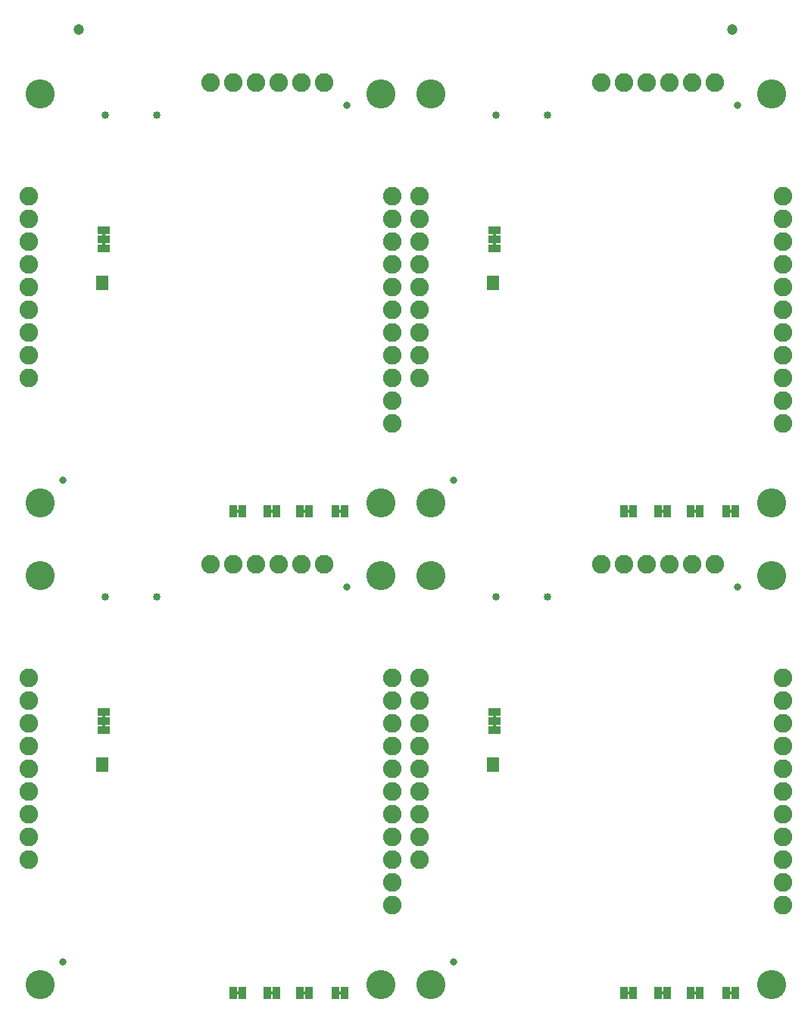
<source format=gbs>
G04 EAGLE Gerber RS-274X export*
G75*
%MOMM*%
%FSLAX34Y34*%
%LPD*%
%INSoldermask Bottom*%
%IPPOS*%
%AMOC8*
5,1,8,0,0,1.08239X$1,22.5*%
G01*
%ADD10R,1.473200X0.863600*%
%ADD11C,2.082800*%
%ADD12C,0.838200*%
%ADD13C,3.251200*%
%ADD14R,1.473200X0.838200*%
%ADD15R,0.863600X1.473200*%
%ADD16C,0.853200*%
%ADD17C,1.203200*%

G36*
X534735Y861072D02*
X534735Y861072D01*
X534801Y861074D01*
X534844Y861092D01*
X534891Y861100D01*
X534948Y861134D01*
X535008Y861159D01*
X535043Y861190D01*
X535084Y861215D01*
X535126Y861266D01*
X535174Y861310D01*
X535196Y861352D01*
X535225Y861389D01*
X535246Y861451D01*
X535277Y861510D01*
X535285Y861564D01*
X535297Y861601D01*
X535296Y861641D01*
X535304Y861695D01*
X535304Y865505D01*
X535293Y865570D01*
X535291Y865636D01*
X535273Y865679D01*
X535265Y865726D01*
X535231Y865783D01*
X535206Y865843D01*
X535175Y865878D01*
X535150Y865919D01*
X535099Y865961D01*
X535055Y866009D01*
X535013Y866031D01*
X534976Y866060D01*
X534914Y866081D01*
X534855Y866112D01*
X534801Y866120D01*
X534764Y866132D01*
X534724Y866131D01*
X534670Y866139D01*
X532130Y866139D01*
X532065Y866128D01*
X531999Y866126D01*
X531956Y866108D01*
X531909Y866100D01*
X531852Y866066D01*
X531792Y866041D01*
X531757Y866010D01*
X531716Y865985D01*
X531675Y865934D01*
X531626Y865890D01*
X531604Y865848D01*
X531575Y865811D01*
X531554Y865749D01*
X531523Y865690D01*
X531515Y865636D01*
X531503Y865599D01*
X531503Y865595D01*
X531503Y865594D01*
X531504Y865559D01*
X531496Y865505D01*
X531496Y861695D01*
X531507Y861630D01*
X531509Y861564D01*
X531527Y861521D01*
X531535Y861474D01*
X531569Y861417D01*
X531594Y861357D01*
X531625Y861322D01*
X531650Y861281D01*
X531701Y861240D01*
X531745Y861191D01*
X531787Y861169D01*
X531824Y861140D01*
X531886Y861119D01*
X531945Y861088D01*
X531999Y861080D01*
X532036Y861068D01*
X532076Y861069D01*
X532130Y861061D01*
X534670Y861061D01*
X534735Y861072D01*
G37*
G36*
X97855Y861072D02*
X97855Y861072D01*
X97921Y861074D01*
X97964Y861092D01*
X98011Y861100D01*
X98068Y861134D01*
X98128Y861159D01*
X98163Y861190D01*
X98204Y861215D01*
X98246Y861266D01*
X98294Y861310D01*
X98316Y861352D01*
X98345Y861389D01*
X98366Y861451D01*
X98397Y861510D01*
X98405Y861564D01*
X98417Y861601D01*
X98416Y861641D01*
X98424Y861695D01*
X98424Y865505D01*
X98413Y865570D01*
X98411Y865636D01*
X98393Y865679D01*
X98385Y865726D01*
X98351Y865783D01*
X98326Y865843D01*
X98295Y865878D01*
X98270Y865919D01*
X98219Y865961D01*
X98175Y866009D01*
X98133Y866031D01*
X98096Y866060D01*
X98034Y866081D01*
X97975Y866112D01*
X97921Y866120D01*
X97884Y866132D01*
X97844Y866131D01*
X97790Y866139D01*
X95250Y866139D01*
X95185Y866128D01*
X95119Y866126D01*
X95076Y866108D01*
X95029Y866100D01*
X94972Y866066D01*
X94912Y866041D01*
X94877Y866010D01*
X94836Y865985D01*
X94795Y865934D01*
X94746Y865890D01*
X94724Y865848D01*
X94695Y865811D01*
X94674Y865749D01*
X94643Y865690D01*
X94635Y865636D01*
X94623Y865599D01*
X94623Y865595D01*
X94623Y865594D01*
X94624Y865559D01*
X94616Y865505D01*
X94616Y861695D01*
X94627Y861630D01*
X94629Y861564D01*
X94647Y861521D01*
X94655Y861474D01*
X94689Y861417D01*
X94714Y861357D01*
X94745Y861322D01*
X94770Y861281D01*
X94821Y861240D01*
X94865Y861191D01*
X94907Y861169D01*
X94944Y861140D01*
X95006Y861119D01*
X95065Y861088D01*
X95119Y861080D01*
X95156Y861068D01*
X95196Y861069D01*
X95250Y861061D01*
X97790Y861061D01*
X97855Y861072D01*
G37*
G36*
X534735Y850912D02*
X534735Y850912D01*
X534801Y850914D01*
X534844Y850932D01*
X534891Y850940D01*
X534948Y850974D01*
X535008Y850999D01*
X535043Y851030D01*
X535084Y851055D01*
X535126Y851106D01*
X535174Y851150D01*
X535196Y851192D01*
X535225Y851229D01*
X535246Y851291D01*
X535277Y851350D01*
X535285Y851404D01*
X535297Y851441D01*
X535296Y851481D01*
X535304Y851535D01*
X535304Y855345D01*
X535293Y855410D01*
X535291Y855476D01*
X535273Y855519D01*
X535265Y855566D01*
X535231Y855623D01*
X535206Y855683D01*
X535175Y855718D01*
X535150Y855759D01*
X535099Y855801D01*
X535055Y855849D01*
X535013Y855871D01*
X534976Y855900D01*
X534914Y855921D01*
X534855Y855952D01*
X534801Y855960D01*
X534764Y855972D01*
X534724Y855971D01*
X534670Y855979D01*
X532130Y855979D01*
X532065Y855968D01*
X531999Y855966D01*
X531956Y855948D01*
X531909Y855940D01*
X531852Y855906D01*
X531792Y855881D01*
X531757Y855850D01*
X531716Y855825D01*
X531675Y855774D01*
X531626Y855730D01*
X531604Y855688D01*
X531575Y855651D01*
X531554Y855589D01*
X531523Y855530D01*
X531515Y855476D01*
X531503Y855439D01*
X531503Y855435D01*
X531503Y855434D01*
X531504Y855399D01*
X531496Y855345D01*
X531496Y851535D01*
X531507Y851470D01*
X531509Y851404D01*
X531527Y851361D01*
X531535Y851314D01*
X531569Y851257D01*
X531594Y851197D01*
X531625Y851162D01*
X531650Y851121D01*
X531701Y851080D01*
X531745Y851031D01*
X531787Y851009D01*
X531824Y850980D01*
X531886Y850959D01*
X531945Y850928D01*
X531999Y850920D01*
X532036Y850908D01*
X532076Y850909D01*
X532130Y850901D01*
X534670Y850901D01*
X534735Y850912D01*
G37*
G36*
X97855Y850912D02*
X97855Y850912D01*
X97921Y850914D01*
X97964Y850932D01*
X98011Y850940D01*
X98068Y850974D01*
X98128Y850999D01*
X98163Y851030D01*
X98204Y851055D01*
X98246Y851106D01*
X98294Y851150D01*
X98316Y851192D01*
X98345Y851229D01*
X98366Y851291D01*
X98397Y851350D01*
X98405Y851404D01*
X98417Y851441D01*
X98416Y851481D01*
X98424Y851535D01*
X98424Y855345D01*
X98413Y855410D01*
X98411Y855476D01*
X98393Y855519D01*
X98385Y855566D01*
X98351Y855623D01*
X98326Y855683D01*
X98295Y855718D01*
X98270Y855759D01*
X98219Y855801D01*
X98175Y855849D01*
X98133Y855871D01*
X98096Y855900D01*
X98034Y855921D01*
X97975Y855952D01*
X97921Y855960D01*
X97884Y855972D01*
X97844Y855971D01*
X97790Y855979D01*
X95250Y855979D01*
X95185Y855968D01*
X95119Y855966D01*
X95076Y855948D01*
X95029Y855940D01*
X94972Y855906D01*
X94912Y855881D01*
X94877Y855850D01*
X94836Y855825D01*
X94795Y855774D01*
X94746Y855730D01*
X94724Y855688D01*
X94695Y855651D01*
X94674Y855589D01*
X94643Y855530D01*
X94635Y855476D01*
X94623Y855439D01*
X94623Y855435D01*
X94623Y855434D01*
X94624Y855399D01*
X94616Y855345D01*
X94616Y851535D01*
X94627Y851470D01*
X94629Y851404D01*
X94647Y851361D01*
X94655Y851314D01*
X94689Y851257D01*
X94714Y851197D01*
X94745Y851162D01*
X94770Y851121D01*
X94821Y851080D01*
X94865Y851031D01*
X94907Y851009D01*
X94944Y850980D01*
X95006Y850959D01*
X95065Y850928D01*
X95119Y850920D01*
X95156Y850908D01*
X95196Y850909D01*
X95250Y850901D01*
X97790Y850901D01*
X97855Y850912D01*
G37*
G36*
X534735Y322592D02*
X534735Y322592D01*
X534801Y322594D01*
X534844Y322612D01*
X534891Y322620D01*
X534948Y322654D01*
X535008Y322679D01*
X535043Y322710D01*
X535084Y322735D01*
X535126Y322786D01*
X535174Y322830D01*
X535196Y322872D01*
X535225Y322909D01*
X535246Y322971D01*
X535277Y323030D01*
X535285Y323084D01*
X535297Y323121D01*
X535296Y323161D01*
X535304Y323215D01*
X535304Y327025D01*
X535293Y327090D01*
X535291Y327156D01*
X535273Y327199D01*
X535265Y327246D01*
X535231Y327303D01*
X535206Y327363D01*
X535175Y327398D01*
X535150Y327439D01*
X535099Y327481D01*
X535055Y327529D01*
X535013Y327551D01*
X534976Y327580D01*
X534914Y327601D01*
X534855Y327632D01*
X534801Y327640D01*
X534764Y327652D01*
X534724Y327651D01*
X534670Y327659D01*
X532130Y327659D01*
X532065Y327648D01*
X531999Y327646D01*
X531956Y327628D01*
X531909Y327620D01*
X531852Y327586D01*
X531792Y327561D01*
X531757Y327530D01*
X531716Y327505D01*
X531675Y327454D01*
X531626Y327410D01*
X531604Y327368D01*
X531575Y327331D01*
X531554Y327269D01*
X531523Y327210D01*
X531515Y327156D01*
X531503Y327119D01*
X531503Y327115D01*
X531503Y327114D01*
X531504Y327079D01*
X531496Y327025D01*
X531496Y323215D01*
X531507Y323150D01*
X531509Y323084D01*
X531527Y323041D01*
X531535Y322994D01*
X531569Y322937D01*
X531594Y322877D01*
X531625Y322842D01*
X531650Y322801D01*
X531701Y322760D01*
X531745Y322711D01*
X531787Y322689D01*
X531824Y322660D01*
X531886Y322639D01*
X531945Y322608D01*
X531999Y322600D01*
X532036Y322588D01*
X532076Y322589D01*
X532130Y322581D01*
X534670Y322581D01*
X534735Y322592D01*
G37*
G36*
X97855Y322592D02*
X97855Y322592D01*
X97921Y322594D01*
X97964Y322612D01*
X98011Y322620D01*
X98068Y322654D01*
X98128Y322679D01*
X98163Y322710D01*
X98204Y322735D01*
X98246Y322786D01*
X98294Y322830D01*
X98316Y322872D01*
X98345Y322909D01*
X98366Y322971D01*
X98397Y323030D01*
X98405Y323084D01*
X98417Y323121D01*
X98416Y323161D01*
X98424Y323215D01*
X98424Y327025D01*
X98413Y327090D01*
X98411Y327156D01*
X98393Y327199D01*
X98385Y327246D01*
X98351Y327303D01*
X98326Y327363D01*
X98295Y327398D01*
X98270Y327439D01*
X98219Y327481D01*
X98175Y327529D01*
X98133Y327551D01*
X98096Y327580D01*
X98034Y327601D01*
X97975Y327632D01*
X97921Y327640D01*
X97884Y327652D01*
X97844Y327651D01*
X97790Y327659D01*
X95250Y327659D01*
X95185Y327648D01*
X95119Y327646D01*
X95076Y327628D01*
X95029Y327620D01*
X94972Y327586D01*
X94912Y327561D01*
X94877Y327530D01*
X94836Y327505D01*
X94795Y327454D01*
X94746Y327410D01*
X94724Y327368D01*
X94695Y327331D01*
X94674Y327269D01*
X94643Y327210D01*
X94635Y327156D01*
X94623Y327119D01*
X94623Y327115D01*
X94623Y327114D01*
X94624Y327079D01*
X94616Y327025D01*
X94616Y323215D01*
X94627Y323150D01*
X94629Y323084D01*
X94647Y323041D01*
X94655Y322994D01*
X94689Y322937D01*
X94714Y322877D01*
X94745Y322842D01*
X94770Y322801D01*
X94821Y322760D01*
X94865Y322711D01*
X94907Y322689D01*
X94944Y322660D01*
X95006Y322639D01*
X95065Y322608D01*
X95119Y322600D01*
X95156Y322588D01*
X95196Y322589D01*
X95250Y322581D01*
X97790Y322581D01*
X97855Y322592D01*
G37*
G36*
X534735Y312432D02*
X534735Y312432D01*
X534801Y312434D01*
X534844Y312452D01*
X534891Y312460D01*
X534948Y312494D01*
X535008Y312519D01*
X535043Y312550D01*
X535084Y312575D01*
X535126Y312626D01*
X535174Y312670D01*
X535196Y312712D01*
X535225Y312749D01*
X535246Y312811D01*
X535277Y312870D01*
X535285Y312924D01*
X535297Y312961D01*
X535296Y313001D01*
X535304Y313055D01*
X535304Y316865D01*
X535293Y316930D01*
X535291Y316996D01*
X535273Y317039D01*
X535265Y317086D01*
X535231Y317143D01*
X535206Y317203D01*
X535175Y317238D01*
X535150Y317279D01*
X535099Y317321D01*
X535055Y317369D01*
X535013Y317391D01*
X534976Y317420D01*
X534914Y317441D01*
X534855Y317472D01*
X534801Y317480D01*
X534764Y317492D01*
X534724Y317491D01*
X534670Y317499D01*
X532130Y317499D01*
X532065Y317488D01*
X531999Y317486D01*
X531956Y317468D01*
X531909Y317460D01*
X531852Y317426D01*
X531792Y317401D01*
X531757Y317370D01*
X531716Y317345D01*
X531675Y317294D01*
X531626Y317250D01*
X531604Y317208D01*
X531575Y317171D01*
X531554Y317109D01*
X531523Y317050D01*
X531515Y316996D01*
X531503Y316959D01*
X531503Y316955D01*
X531503Y316954D01*
X531504Y316919D01*
X531496Y316865D01*
X531496Y313055D01*
X531507Y312990D01*
X531509Y312924D01*
X531527Y312881D01*
X531535Y312834D01*
X531569Y312777D01*
X531594Y312717D01*
X531625Y312682D01*
X531650Y312641D01*
X531701Y312600D01*
X531745Y312551D01*
X531787Y312529D01*
X531824Y312500D01*
X531886Y312479D01*
X531945Y312448D01*
X531999Y312440D01*
X532036Y312428D01*
X532076Y312429D01*
X532130Y312421D01*
X534670Y312421D01*
X534735Y312432D01*
G37*
G36*
X97855Y312432D02*
X97855Y312432D01*
X97921Y312434D01*
X97964Y312452D01*
X98011Y312460D01*
X98068Y312494D01*
X98128Y312519D01*
X98163Y312550D01*
X98204Y312575D01*
X98246Y312626D01*
X98294Y312670D01*
X98316Y312712D01*
X98345Y312749D01*
X98366Y312811D01*
X98397Y312870D01*
X98405Y312924D01*
X98417Y312961D01*
X98416Y313001D01*
X98424Y313055D01*
X98424Y316865D01*
X98413Y316930D01*
X98411Y316996D01*
X98393Y317039D01*
X98385Y317086D01*
X98351Y317143D01*
X98326Y317203D01*
X98295Y317238D01*
X98270Y317279D01*
X98219Y317321D01*
X98175Y317369D01*
X98133Y317391D01*
X98096Y317420D01*
X98034Y317441D01*
X97975Y317472D01*
X97921Y317480D01*
X97884Y317492D01*
X97844Y317491D01*
X97790Y317499D01*
X95250Y317499D01*
X95185Y317488D01*
X95119Y317486D01*
X95076Y317468D01*
X95029Y317460D01*
X94972Y317426D01*
X94912Y317401D01*
X94877Y317370D01*
X94836Y317345D01*
X94795Y317294D01*
X94746Y317250D01*
X94724Y317208D01*
X94695Y317171D01*
X94674Y317109D01*
X94643Y317050D01*
X94635Y316996D01*
X94623Y316959D01*
X94623Y316955D01*
X94623Y316954D01*
X94624Y316919D01*
X94616Y316865D01*
X94616Y313055D01*
X94627Y312990D01*
X94629Y312924D01*
X94647Y312881D01*
X94655Y312834D01*
X94689Y312777D01*
X94714Y312717D01*
X94745Y312682D01*
X94770Y312641D01*
X94821Y312600D01*
X94865Y312551D01*
X94907Y312529D01*
X94944Y312500D01*
X95006Y312479D01*
X95065Y312448D01*
X95119Y312440D01*
X95156Y312428D01*
X95196Y312429D01*
X95250Y312421D01*
X97790Y312421D01*
X97855Y312432D01*
G37*
G36*
X685230Y552589D02*
X685230Y552589D01*
X685296Y552591D01*
X685339Y552609D01*
X685386Y552617D01*
X685443Y552651D01*
X685503Y552676D01*
X685538Y552707D01*
X685579Y552732D01*
X685621Y552783D01*
X685669Y552827D01*
X685691Y552869D01*
X685720Y552906D01*
X685741Y552968D01*
X685772Y553027D01*
X685780Y553081D01*
X685792Y553118D01*
X685791Y553158D01*
X685799Y553212D01*
X685799Y555752D01*
X685788Y555817D01*
X685786Y555883D01*
X685768Y555926D01*
X685760Y555973D01*
X685726Y556030D01*
X685701Y556090D01*
X685670Y556125D01*
X685645Y556166D01*
X685594Y556208D01*
X685550Y556256D01*
X685508Y556278D01*
X685471Y556307D01*
X685409Y556328D01*
X685350Y556359D01*
X685296Y556367D01*
X685259Y556379D01*
X685219Y556378D01*
X685165Y556386D01*
X681355Y556386D01*
X681290Y556375D01*
X681224Y556373D01*
X681181Y556355D01*
X681134Y556347D01*
X681077Y556313D01*
X681017Y556288D01*
X680982Y556257D01*
X680941Y556232D01*
X680900Y556181D01*
X680851Y556137D01*
X680829Y556095D01*
X680800Y556058D01*
X680779Y555996D01*
X680748Y555937D01*
X680740Y555883D01*
X680728Y555846D01*
X680728Y555843D01*
X680729Y555806D01*
X680721Y555752D01*
X680721Y553212D01*
X680732Y553147D01*
X680734Y553081D01*
X680752Y553038D01*
X680760Y552991D01*
X680794Y552934D01*
X680819Y552874D01*
X680850Y552839D01*
X680875Y552798D01*
X680926Y552757D01*
X680970Y552708D01*
X681012Y552686D01*
X681049Y552657D01*
X681111Y552636D01*
X681170Y552605D01*
X681224Y552597D01*
X681261Y552585D01*
X681301Y552586D01*
X681355Y552578D01*
X685165Y552578D01*
X685230Y552589D01*
G37*
G36*
X248350Y552589D02*
X248350Y552589D01*
X248416Y552591D01*
X248459Y552609D01*
X248506Y552617D01*
X248563Y552651D01*
X248623Y552676D01*
X248658Y552707D01*
X248699Y552732D01*
X248741Y552783D01*
X248789Y552827D01*
X248811Y552869D01*
X248840Y552906D01*
X248861Y552968D01*
X248892Y553027D01*
X248900Y553081D01*
X248912Y553118D01*
X248911Y553158D01*
X248919Y553212D01*
X248919Y555752D01*
X248908Y555817D01*
X248906Y555883D01*
X248888Y555926D01*
X248880Y555973D01*
X248846Y556030D01*
X248821Y556090D01*
X248790Y556125D01*
X248765Y556166D01*
X248714Y556208D01*
X248670Y556256D01*
X248628Y556278D01*
X248591Y556307D01*
X248529Y556328D01*
X248470Y556359D01*
X248416Y556367D01*
X248379Y556379D01*
X248339Y556378D01*
X248285Y556386D01*
X244475Y556386D01*
X244410Y556375D01*
X244344Y556373D01*
X244301Y556355D01*
X244254Y556347D01*
X244197Y556313D01*
X244137Y556288D01*
X244102Y556257D01*
X244061Y556232D01*
X244020Y556181D01*
X243971Y556137D01*
X243949Y556095D01*
X243920Y556058D01*
X243899Y555996D01*
X243868Y555937D01*
X243860Y555883D01*
X243848Y555846D01*
X243848Y555843D01*
X243849Y555806D01*
X243841Y555752D01*
X243841Y553212D01*
X243852Y553147D01*
X243854Y553081D01*
X243872Y553038D01*
X243880Y552991D01*
X243914Y552934D01*
X243939Y552874D01*
X243970Y552839D01*
X243995Y552798D01*
X244046Y552757D01*
X244090Y552708D01*
X244132Y552686D01*
X244169Y552657D01*
X244231Y552636D01*
X244290Y552605D01*
X244344Y552597D01*
X244381Y552585D01*
X244421Y552586D01*
X244475Y552578D01*
X248285Y552578D01*
X248350Y552589D01*
G37*
G36*
X799530Y552589D02*
X799530Y552589D01*
X799596Y552591D01*
X799639Y552609D01*
X799686Y552617D01*
X799743Y552651D01*
X799803Y552676D01*
X799838Y552707D01*
X799879Y552732D01*
X799921Y552783D01*
X799969Y552827D01*
X799991Y552869D01*
X800020Y552906D01*
X800041Y552968D01*
X800072Y553027D01*
X800080Y553081D01*
X800092Y553118D01*
X800091Y553158D01*
X800099Y553212D01*
X800099Y555752D01*
X800088Y555817D01*
X800086Y555883D01*
X800068Y555926D01*
X800060Y555973D01*
X800026Y556030D01*
X800001Y556090D01*
X799970Y556125D01*
X799945Y556166D01*
X799894Y556208D01*
X799850Y556256D01*
X799808Y556278D01*
X799771Y556307D01*
X799709Y556328D01*
X799650Y556359D01*
X799596Y556367D01*
X799559Y556379D01*
X799519Y556378D01*
X799465Y556386D01*
X795655Y556386D01*
X795590Y556375D01*
X795524Y556373D01*
X795481Y556355D01*
X795434Y556347D01*
X795377Y556313D01*
X795317Y556288D01*
X795282Y556257D01*
X795241Y556232D01*
X795200Y556181D01*
X795151Y556137D01*
X795129Y556095D01*
X795100Y556058D01*
X795079Y555996D01*
X795048Y555937D01*
X795040Y555883D01*
X795028Y555846D01*
X795028Y555843D01*
X795029Y555806D01*
X795021Y555752D01*
X795021Y553212D01*
X795032Y553147D01*
X795034Y553081D01*
X795052Y553038D01*
X795060Y552991D01*
X795094Y552934D01*
X795119Y552874D01*
X795150Y552839D01*
X795175Y552798D01*
X795226Y552757D01*
X795270Y552708D01*
X795312Y552686D01*
X795349Y552657D01*
X795411Y552636D01*
X795470Y552605D01*
X795524Y552597D01*
X795561Y552585D01*
X795601Y552586D01*
X795655Y552578D01*
X799465Y552578D01*
X799530Y552589D01*
G37*
G36*
X760160Y552589D02*
X760160Y552589D01*
X760226Y552591D01*
X760269Y552609D01*
X760316Y552617D01*
X760373Y552651D01*
X760433Y552676D01*
X760468Y552707D01*
X760509Y552732D01*
X760551Y552783D01*
X760599Y552827D01*
X760621Y552869D01*
X760650Y552906D01*
X760671Y552968D01*
X760702Y553027D01*
X760710Y553081D01*
X760722Y553118D01*
X760721Y553158D01*
X760729Y553212D01*
X760729Y555752D01*
X760718Y555817D01*
X760716Y555883D01*
X760698Y555926D01*
X760690Y555973D01*
X760656Y556030D01*
X760631Y556090D01*
X760600Y556125D01*
X760575Y556166D01*
X760524Y556208D01*
X760480Y556256D01*
X760438Y556278D01*
X760401Y556307D01*
X760339Y556328D01*
X760280Y556359D01*
X760226Y556367D01*
X760189Y556379D01*
X760149Y556378D01*
X760095Y556386D01*
X756285Y556386D01*
X756220Y556375D01*
X756154Y556373D01*
X756111Y556355D01*
X756064Y556347D01*
X756007Y556313D01*
X755947Y556288D01*
X755912Y556257D01*
X755871Y556232D01*
X755830Y556181D01*
X755781Y556137D01*
X755759Y556095D01*
X755730Y556058D01*
X755709Y555996D01*
X755678Y555937D01*
X755670Y555883D01*
X755658Y555846D01*
X755658Y555843D01*
X755659Y555806D01*
X755651Y555752D01*
X755651Y553212D01*
X755662Y553147D01*
X755664Y553081D01*
X755682Y553038D01*
X755690Y552991D01*
X755724Y552934D01*
X755749Y552874D01*
X755780Y552839D01*
X755805Y552798D01*
X755856Y552757D01*
X755900Y552708D01*
X755942Y552686D01*
X755979Y552657D01*
X756041Y552636D01*
X756100Y552605D01*
X756154Y552597D01*
X756191Y552585D01*
X756231Y552586D01*
X756285Y552578D01*
X760095Y552578D01*
X760160Y552589D01*
G37*
G36*
X323280Y552589D02*
X323280Y552589D01*
X323346Y552591D01*
X323389Y552609D01*
X323436Y552617D01*
X323493Y552651D01*
X323553Y552676D01*
X323588Y552707D01*
X323629Y552732D01*
X323671Y552783D01*
X323719Y552827D01*
X323741Y552869D01*
X323770Y552906D01*
X323791Y552968D01*
X323822Y553027D01*
X323830Y553081D01*
X323842Y553118D01*
X323841Y553158D01*
X323849Y553212D01*
X323849Y555752D01*
X323838Y555817D01*
X323836Y555883D01*
X323818Y555926D01*
X323810Y555973D01*
X323776Y556030D01*
X323751Y556090D01*
X323720Y556125D01*
X323695Y556166D01*
X323644Y556208D01*
X323600Y556256D01*
X323558Y556278D01*
X323521Y556307D01*
X323459Y556328D01*
X323400Y556359D01*
X323346Y556367D01*
X323309Y556379D01*
X323269Y556378D01*
X323215Y556386D01*
X319405Y556386D01*
X319340Y556375D01*
X319274Y556373D01*
X319231Y556355D01*
X319184Y556347D01*
X319127Y556313D01*
X319067Y556288D01*
X319032Y556257D01*
X318991Y556232D01*
X318950Y556181D01*
X318901Y556137D01*
X318879Y556095D01*
X318850Y556058D01*
X318829Y555996D01*
X318798Y555937D01*
X318790Y555883D01*
X318778Y555846D01*
X318778Y555843D01*
X318779Y555806D01*
X318771Y555752D01*
X318771Y553212D01*
X318782Y553147D01*
X318784Y553081D01*
X318802Y553038D01*
X318810Y552991D01*
X318844Y552934D01*
X318869Y552874D01*
X318900Y552839D01*
X318925Y552798D01*
X318976Y552757D01*
X319020Y552708D01*
X319062Y552686D01*
X319099Y552657D01*
X319161Y552636D01*
X319220Y552605D01*
X319274Y552597D01*
X319311Y552585D01*
X319351Y552586D01*
X319405Y552578D01*
X323215Y552578D01*
X323280Y552589D01*
G37*
G36*
X362650Y552589D02*
X362650Y552589D01*
X362716Y552591D01*
X362759Y552609D01*
X362806Y552617D01*
X362863Y552651D01*
X362923Y552676D01*
X362958Y552707D01*
X362999Y552732D01*
X363041Y552783D01*
X363089Y552827D01*
X363111Y552869D01*
X363140Y552906D01*
X363161Y552968D01*
X363192Y553027D01*
X363200Y553081D01*
X363212Y553118D01*
X363211Y553158D01*
X363219Y553212D01*
X363219Y555752D01*
X363208Y555817D01*
X363206Y555883D01*
X363188Y555926D01*
X363180Y555973D01*
X363146Y556030D01*
X363121Y556090D01*
X363090Y556125D01*
X363065Y556166D01*
X363014Y556208D01*
X362970Y556256D01*
X362928Y556278D01*
X362891Y556307D01*
X362829Y556328D01*
X362770Y556359D01*
X362716Y556367D01*
X362679Y556379D01*
X362639Y556378D01*
X362585Y556386D01*
X358775Y556386D01*
X358710Y556375D01*
X358644Y556373D01*
X358601Y556355D01*
X358554Y556347D01*
X358497Y556313D01*
X358437Y556288D01*
X358402Y556257D01*
X358361Y556232D01*
X358320Y556181D01*
X358271Y556137D01*
X358249Y556095D01*
X358220Y556058D01*
X358199Y555996D01*
X358168Y555937D01*
X358160Y555883D01*
X358148Y555846D01*
X358148Y555843D01*
X358149Y555806D01*
X358141Y555752D01*
X358141Y553212D01*
X358152Y553147D01*
X358154Y553081D01*
X358172Y553038D01*
X358180Y552991D01*
X358214Y552934D01*
X358239Y552874D01*
X358270Y552839D01*
X358295Y552798D01*
X358346Y552757D01*
X358390Y552708D01*
X358432Y552686D01*
X358469Y552657D01*
X358531Y552636D01*
X358590Y552605D01*
X358644Y552597D01*
X358681Y552585D01*
X358721Y552586D01*
X358775Y552578D01*
X362585Y552578D01*
X362650Y552589D01*
G37*
G36*
X286450Y552589D02*
X286450Y552589D01*
X286516Y552591D01*
X286559Y552609D01*
X286606Y552617D01*
X286663Y552651D01*
X286723Y552676D01*
X286758Y552707D01*
X286799Y552732D01*
X286841Y552783D01*
X286889Y552827D01*
X286911Y552869D01*
X286940Y552906D01*
X286961Y552968D01*
X286992Y553027D01*
X287000Y553081D01*
X287012Y553118D01*
X287011Y553158D01*
X287019Y553212D01*
X287019Y555752D01*
X287008Y555817D01*
X287006Y555883D01*
X286988Y555926D01*
X286980Y555973D01*
X286946Y556030D01*
X286921Y556090D01*
X286890Y556125D01*
X286865Y556166D01*
X286814Y556208D01*
X286770Y556256D01*
X286728Y556278D01*
X286691Y556307D01*
X286629Y556328D01*
X286570Y556359D01*
X286516Y556367D01*
X286479Y556379D01*
X286439Y556378D01*
X286385Y556386D01*
X282575Y556386D01*
X282510Y556375D01*
X282444Y556373D01*
X282401Y556355D01*
X282354Y556347D01*
X282297Y556313D01*
X282237Y556288D01*
X282202Y556257D01*
X282161Y556232D01*
X282120Y556181D01*
X282071Y556137D01*
X282049Y556095D01*
X282020Y556058D01*
X281999Y555996D01*
X281968Y555937D01*
X281960Y555883D01*
X281948Y555846D01*
X281948Y555843D01*
X281949Y555806D01*
X281941Y555752D01*
X281941Y553212D01*
X281952Y553147D01*
X281954Y553081D01*
X281972Y553038D01*
X281980Y552991D01*
X282014Y552934D01*
X282039Y552874D01*
X282070Y552839D01*
X282095Y552798D01*
X282146Y552757D01*
X282190Y552708D01*
X282232Y552686D01*
X282269Y552657D01*
X282331Y552636D01*
X282390Y552605D01*
X282444Y552597D01*
X282481Y552585D01*
X282521Y552586D01*
X282575Y552578D01*
X286385Y552578D01*
X286450Y552589D01*
G37*
G36*
X723330Y552589D02*
X723330Y552589D01*
X723396Y552591D01*
X723439Y552609D01*
X723486Y552617D01*
X723543Y552651D01*
X723603Y552676D01*
X723638Y552707D01*
X723679Y552732D01*
X723721Y552783D01*
X723769Y552827D01*
X723791Y552869D01*
X723820Y552906D01*
X723841Y552968D01*
X723872Y553027D01*
X723880Y553081D01*
X723892Y553118D01*
X723891Y553158D01*
X723899Y553212D01*
X723899Y555752D01*
X723888Y555817D01*
X723886Y555883D01*
X723868Y555926D01*
X723860Y555973D01*
X723826Y556030D01*
X723801Y556090D01*
X723770Y556125D01*
X723745Y556166D01*
X723694Y556208D01*
X723650Y556256D01*
X723608Y556278D01*
X723571Y556307D01*
X723509Y556328D01*
X723450Y556359D01*
X723396Y556367D01*
X723359Y556379D01*
X723319Y556378D01*
X723265Y556386D01*
X719455Y556386D01*
X719390Y556375D01*
X719324Y556373D01*
X719281Y556355D01*
X719234Y556347D01*
X719177Y556313D01*
X719117Y556288D01*
X719082Y556257D01*
X719041Y556232D01*
X719000Y556181D01*
X718951Y556137D01*
X718929Y556095D01*
X718900Y556058D01*
X718879Y555996D01*
X718848Y555937D01*
X718840Y555883D01*
X718828Y555846D01*
X718828Y555843D01*
X718829Y555806D01*
X718821Y555752D01*
X718821Y553212D01*
X718832Y553147D01*
X718834Y553081D01*
X718852Y553038D01*
X718860Y552991D01*
X718894Y552934D01*
X718919Y552874D01*
X718950Y552839D01*
X718975Y552798D01*
X719026Y552757D01*
X719070Y552708D01*
X719112Y552686D01*
X719149Y552657D01*
X719211Y552636D01*
X719270Y552605D01*
X719324Y552597D01*
X719361Y552585D01*
X719401Y552586D01*
X719455Y552578D01*
X723265Y552578D01*
X723330Y552589D01*
G37*
G36*
X685230Y14109D02*
X685230Y14109D01*
X685296Y14111D01*
X685339Y14129D01*
X685386Y14137D01*
X685443Y14171D01*
X685503Y14196D01*
X685538Y14227D01*
X685579Y14252D01*
X685621Y14303D01*
X685669Y14347D01*
X685691Y14389D01*
X685720Y14426D01*
X685741Y14488D01*
X685772Y14547D01*
X685780Y14601D01*
X685792Y14638D01*
X685791Y14678D01*
X685799Y14732D01*
X685799Y17272D01*
X685788Y17337D01*
X685786Y17403D01*
X685768Y17446D01*
X685760Y17493D01*
X685726Y17550D01*
X685701Y17610D01*
X685670Y17645D01*
X685645Y17686D01*
X685594Y17728D01*
X685550Y17776D01*
X685508Y17798D01*
X685471Y17827D01*
X685409Y17848D01*
X685350Y17879D01*
X685296Y17887D01*
X685259Y17899D01*
X685219Y17898D01*
X685165Y17906D01*
X681355Y17906D01*
X681290Y17895D01*
X681224Y17893D01*
X681181Y17875D01*
X681134Y17867D01*
X681077Y17833D01*
X681017Y17808D01*
X680982Y17777D01*
X680941Y17752D01*
X680900Y17701D01*
X680851Y17657D01*
X680829Y17615D01*
X680800Y17578D01*
X680779Y17516D01*
X680748Y17457D01*
X680740Y17403D01*
X680728Y17366D01*
X680728Y17363D01*
X680729Y17326D01*
X680721Y17272D01*
X680721Y14732D01*
X680732Y14667D01*
X680734Y14601D01*
X680752Y14558D01*
X680760Y14511D01*
X680794Y14454D01*
X680819Y14394D01*
X680850Y14359D01*
X680875Y14318D01*
X680926Y14277D01*
X680970Y14228D01*
X681012Y14206D01*
X681049Y14177D01*
X681111Y14156D01*
X681170Y14125D01*
X681224Y14117D01*
X681261Y14105D01*
X681301Y14106D01*
X681355Y14098D01*
X685165Y14098D01*
X685230Y14109D01*
G37*
G36*
X799530Y14109D02*
X799530Y14109D01*
X799596Y14111D01*
X799639Y14129D01*
X799686Y14137D01*
X799743Y14171D01*
X799803Y14196D01*
X799838Y14227D01*
X799879Y14252D01*
X799921Y14303D01*
X799969Y14347D01*
X799991Y14389D01*
X800020Y14426D01*
X800041Y14488D01*
X800072Y14547D01*
X800080Y14601D01*
X800092Y14638D01*
X800091Y14678D01*
X800099Y14732D01*
X800099Y17272D01*
X800088Y17337D01*
X800086Y17403D01*
X800068Y17446D01*
X800060Y17493D01*
X800026Y17550D01*
X800001Y17610D01*
X799970Y17645D01*
X799945Y17686D01*
X799894Y17728D01*
X799850Y17776D01*
X799808Y17798D01*
X799771Y17827D01*
X799709Y17848D01*
X799650Y17879D01*
X799596Y17887D01*
X799559Y17899D01*
X799519Y17898D01*
X799465Y17906D01*
X795655Y17906D01*
X795590Y17895D01*
X795524Y17893D01*
X795481Y17875D01*
X795434Y17867D01*
X795377Y17833D01*
X795317Y17808D01*
X795282Y17777D01*
X795241Y17752D01*
X795200Y17701D01*
X795151Y17657D01*
X795129Y17615D01*
X795100Y17578D01*
X795079Y17516D01*
X795048Y17457D01*
X795040Y17403D01*
X795028Y17366D01*
X795028Y17363D01*
X795029Y17326D01*
X795021Y17272D01*
X795021Y14732D01*
X795032Y14667D01*
X795034Y14601D01*
X795052Y14558D01*
X795060Y14511D01*
X795094Y14454D01*
X795119Y14394D01*
X795150Y14359D01*
X795175Y14318D01*
X795226Y14277D01*
X795270Y14228D01*
X795312Y14206D01*
X795349Y14177D01*
X795411Y14156D01*
X795470Y14125D01*
X795524Y14117D01*
X795561Y14105D01*
X795601Y14106D01*
X795655Y14098D01*
X799465Y14098D01*
X799530Y14109D01*
G37*
G36*
X323280Y14109D02*
X323280Y14109D01*
X323346Y14111D01*
X323389Y14129D01*
X323436Y14137D01*
X323493Y14171D01*
X323553Y14196D01*
X323588Y14227D01*
X323629Y14252D01*
X323671Y14303D01*
X323719Y14347D01*
X323741Y14389D01*
X323770Y14426D01*
X323791Y14488D01*
X323822Y14547D01*
X323830Y14601D01*
X323842Y14638D01*
X323841Y14678D01*
X323849Y14732D01*
X323849Y17272D01*
X323838Y17337D01*
X323836Y17403D01*
X323818Y17446D01*
X323810Y17493D01*
X323776Y17550D01*
X323751Y17610D01*
X323720Y17645D01*
X323695Y17686D01*
X323644Y17728D01*
X323600Y17776D01*
X323558Y17798D01*
X323521Y17827D01*
X323459Y17848D01*
X323400Y17879D01*
X323346Y17887D01*
X323309Y17899D01*
X323269Y17898D01*
X323215Y17906D01*
X319405Y17906D01*
X319340Y17895D01*
X319274Y17893D01*
X319231Y17875D01*
X319184Y17867D01*
X319127Y17833D01*
X319067Y17808D01*
X319032Y17777D01*
X318991Y17752D01*
X318950Y17701D01*
X318901Y17657D01*
X318879Y17615D01*
X318850Y17578D01*
X318829Y17516D01*
X318798Y17457D01*
X318790Y17403D01*
X318778Y17366D01*
X318778Y17363D01*
X318779Y17326D01*
X318771Y17272D01*
X318771Y14732D01*
X318782Y14667D01*
X318784Y14601D01*
X318802Y14558D01*
X318810Y14511D01*
X318844Y14454D01*
X318869Y14394D01*
X318900Y14359D01*
X318925Y14318D01*
X318976Y14277D01*
X319020Y14228D01*
X319062Y14206D01*
X319099Y14177D01*
X319161Y14156D01*
X319220Y14125D01*
X319274Y14117D01*
X319311Y14105D01*
X319351Y14106D01*
X319405Y14098D01*
X323215Y14098D01*
X323280Y14109D01*
G37*
G36*
X723330Y14109D02*
X723330Y14109D01*
X723396Y14111D01*
X723439Y14129D01*
X723486Y14137D01*
X723543Y14171D01*
X723603Y14196D01*
X723638Y14227D01*
X723679Y14252D01*
X723721Y14303D01*
X723769Y14347D01*
X723791Y14389D01*
X723820Y14426D01*
X723841Y14488D01*
X723872Y14547D01*
X723880Y14601D01*
X723892Y14638D01*
X723891Y14678D01*
X723899Y14732D01*
X723899Y17272D01*
X723888Y17337D01*
X723886Y17403D01*
X723868Y17446D01*
X723860Y17493D01*
X723826Y17550D01*
X723801Y17610D01*
X723770Y17645D01*
X723745Y17686D01*
X723694Y17728D01*
X723650Y17776D01*
X723608Y17798D01*
X723571Y17827D01*
X723509Y17848D01*
X723450Y17879D01*
X723396Y17887D01*
X723359Y17899D01*
X723319Y17898D01*
X723265Y17906D01*
X719455Y17906D01*
X719390Y17895D01*
X719324Y17893D01*
X719281Y17875D01*
X719234Y17867D01*
X719177Y17833D01*
X719117Y17808D01*
X719082Y17777D01*
X719041Y17752D01*
X719000Y17701D01*
X718951Y17657D01*
X718929Y17615D01*
X718900Y17578D01*
X718879Y17516D01*
X718848Y17457D01*
X718840Y17403D01*
X718828Y17366D01*
X718828Y17363D01*
X718829Y17326D01*
X718821Y17272D01*
X718821Y14732D01*
X718832Y14667D01*
X718834Y14601D01*
X718852Y14558D01*
X718860Y14511D01*
X718894Y14454D01*
X718919Y14394D01*
X718950Y14359D01*
X718975Y14318D01*
X719026Y14277D01*
X719070Y14228D01*
X719112Y14206D01*
X719149Y14177D01*
X719211Y14156D01*
X719270Y14125D01*
X719324Y14117D01*
X719361Y14105D01*
X719401Y14106D01*
X719455Y14098D01*
X723265Y14098D01*
X723330Y14109D01*
G37*
G36*
X286450Y14109D02*
X286450Y14109D01*
X286516Y14111D01*
X286559Y14129D01*
X286606Y14137D01*
X286663Y14171D01*
X286723Y14196D01*
X286758Y14227D01*
X286799Y14252D01*
X286841Y14303D01*
X286889Y14347D01*
X286911Y14389D01*
X286940Y14426D01*
X286961Y14488D01*
X286992Y14547D01*
X287000Y14601D01*
X287012Y14638D01*
X287011Y14678D01*
X287019Y14732D01*
X287019Y17272D01*
X287008Y17337D01*
X287006Y17403D01*
X286988Y17446D01*
X286980Y17493D01*
X286946Y17550D01*
X286921Y17610D01*
X286890Y17645D01*
X286865Y17686D01*
X286814Y17728D01*
X286770Y17776D01*
X286728Y17798D01*
X286691Y17827D01*
X286629Y17848D01*
X286570Y17879D01*
X286516Y17887D01*
X286479Y17899D01*
X286439Y17898D01*
X286385Y17906D01*
X282575Y17906D01*
X282510Y17895D01*
X282444Y17893D01*
X282401Y17875D01*
X282354Y17867D01*
X282297Y17833D01*
X282237Y17808D01*
X282202Y17777D01*
X282161Y17752D01*
X282120Y17701D01*
X282071Y17657D01*
X282049Y17615D01*
X282020Y17578D01*
X281999Y17516D01*
X281968Y17457D01*
X281960Y17403D01*
X281948Y17366D01*
X281948Y17363D01*
X281949Y17326D01*
X281941Y17272D01*
X281941Y14732D01*
X281952Y14667D01*
X281954Y14601D01*
X281972Y14558D01*
X281980Y14511D01*
X282014Y14454D01*
X282039Y14394D01*
X282070Y14359D01*
X282095Y14318D01*
X282146Y14277D01*
X282190Y14228D01*
X282232Y14206D01*
X282269Y14177D01*
X282331Y14156D01*
X282390Y14125D01*
X282444Y14117D01*
X282481Y14105D01*
X282521Y14106D01*
X282575Y14098D01*
X286385Y14098D01*
X286450Y14109D01*
G37*
G36*
X760160Y14109D02*
X760160Y14109D01*
X760226Y14111D01*
X760269Y14129D01*
X760316Y14137D01*
X760373Y14171D01*
X760433Y14196D01*
X760468Y14227D01*
X760509Y14252D01*
X760551Y14303D01*
X760599Y14347D01*
X760621Y14389D01*
X760650Y14426D01*
X760671Y14488D01*
X760702Y14547D01*
X760710Y14601D01*
X760722Y14638D01*
X760721Y14678D01*
X760729Y14732D01*
X760729Y17272D01*
X760718Y17337D01*
X760716Y17403D01*
X760698Y17446D01*
X760690Y17493D01*
X760656Y17550D01*
X760631Y17610D01*
X760600Y17645D01*
X760575Y17686D01*
X760524Y17728D01*
X760480Y17776D01*
X760438Y17798D01*
X760401Y17827D01*
X760339Y17848D01*
X760280Y17879D01*
X760226Y17887D01*
X760189Y17899D01*
X760149Y17898D01*
X760095Y17906D01*
X756285Y17906D01*
X756220Y17895D01*
X756154Y17893D01*
X756111Y17875D01*
X756064Y17867D01*
X756007Y17833D01*
X755947Y17808D01*
X755912Y17777D01*
X755871Y17752D01*
X755830Y17701D01*
X755781Y17657D01*
X755759Y17615D01*
X755730Y17578D01*
X755709Y17516D01*
X755678Y17457D01*
X755670Y17403D01*
X755658Y17366D01*
X755658Y17363D01*
X755659Y17326D01*
X755651Y17272D01*
X755651Y14732D01*
X755662Y14667D01*
X755664Y14601D01*
X755682Y14558D01*
X755690Y14511D01*
X755724Y14454D01*
X755749Y14394D01*
X755780Y14359D01*
X755805Y14318D01*
X755856Y14277D01*
X755900Y14228D01*
X755942Y14206D01*
X755979Y14177D01*
X756041Y14156D01*
X756100Y14125D01*
X756154Y14117D01*
X756191Y14105D01*
X756231Y14106D01*
X756285Y14098D01*
X760095Y14098D01*
X760160Y14109D01*
G37*
G36*
X362650Y14109D02*
X362650Y14109D01*
X362716Y14111D01*
X362759Y14129D01*
X362806Y14137D01*
X362863Y14171D01*
X362923Y14196D01*
X362958Y14227D01*
X362999Y14252D01*
X363041Y14303D01*
X363089Y14347D01*
X363111Y14389D01*
X363140Y14426D01*
X363161Y14488D01*
X363192Y14547D01*
X363200Y14601D01*
X363212Y14638D01*
X363211Y14678D01*
X363219Y14732D01*
X363219Y17272D01*
X363208Y17337D01*
X363206Y17403D01*
X363188Y17446D01*
X363180Y17493D01*
X363146Y17550D01*
X363121Y17610D01*
X363090Y17645D01*
X363065Y17686D01*
X363014Y17728D01*
X362970Y17776D01*
X362928Y17798D01*
X362891Y17827D01*
X362829Y17848D01*
X362770Y17879D01*
X362716Y17887D01*
X362679Y17899D01*
X362639Y17898D01*
X362585Y17906D01*
X358775Y17906D01*
X358710Y17895D01*
X358644Y17893D01*
X358601Y17875D01*
X358554Y17867D01*
X358497Y17833D01*
X358437Y17808D01*
X358402Y17777D01*
X358361Y17752D01*
X358320Y17701D01*
X358271Y17657D01*
X358249Y17615D01*
X358220Y17578D01*
X358199Y17516D01*
X358168Y17457D01*
X358160Y17403D01*
X358148Y17366D01*
X358148Y17363D01*
X358149Y17326D01*
X358141Y17272D01*
X358141Y14732D01*
X358152Y14667D01*
X358154Y14601D01*
X358172Y14558D01*
X358180Y14511D01*
X358214Y14454D01*
X358239Y14394D01*
X358270Y14359D01*
X358295Y14318D01*
X358346Y14277D01*
X358390Y14228D01*
X358432Y14206D01*
X358469Y14177D01*
X358531Y14156D01*
X358590Y14125D01*
X358644Y14117D01*
X358681Y14105D01*
X358721Y14106D01*
X358775Y14098D01*
X362585Y14098D01*
X362650Y14109D01*
G37*
G36*
X248350Y14109D02*
X248350Y14109D01*
X248416Y14111D01*
X248459Y14129D01*
X248506Y14137D01*
X248563Y14171D01*
X248623Y14196D01*
X248658Y14227D01*
X248699Y14252D01*
X248741Y14303D01*
X248789Y14347D01*
X248811Y14389D01*
X248840Y14426D01*
X248861Y14488D01*
X248892Y14547D01*
X248900Y14601D01*
X248912Y14638D01*
X248911Y14678D01*
X248919Y14732D01*
X248919Y17272D01*
X248908Y17337D01*
X248906Y17403D01*
X248888Y17446D01*
X248880Y17493D01*
X248846Y17550D01*
X248821Y17610D01*
X248790Y17645D01*
X248765Y17686D01*
X248714Y17728D01*
X248670Y17776D01*
X248628Y17798D01*
X248591Y17827D01*
X248529Y17848D01*
X248470Y17879D01*
X248416Y17887D01*
X248379Y17899D01*
X248339Y17898D01*
X248285Y17906D01*
X244475Y17906D01*
X244410Y17895D01*
X244344Y17893D01*
X244301Y17875D01*
X244254Y17867D01*
X244197Y17833D01*
X244137Y17808D01*
X244102Y17777D01*
X244061Y17752D01*
X244020Y17701D01*
X243971Y17657D01*
X243949Y17615D01*
X243920Y17578D01*
X243899Y17516D01*
X243868Y17457D01*
X243860Y17403D01*
X243848Y17366D01*
X243848Y17363D01*
X243849Y17326D01*
X243841Y17272D01*
X243841Y14732D01*
X243852Y14667D01*
X243854Y14601D01*
X243872Y14558D01*
X243880Y14511D01*
X243914Y14454D01*
X243939Y14394D01*
X243970Y14359D01*
X243995Y14318D01*
X244046Y14277D01*
X244090Y14228D01*
X244132Y14206D01*
X244169Y14177D01*
X244231Y14156D01*
X244290Y14125D01*
X244344Y14117D01*
X244381Y14105D01*
X244421Y14106D01*
X244475Y14098D01*
X248285Y14098D01*
X248350Y14109D01*
G37*
D10*
X96520Y309626D03*
X96520Y320040D03*
X96520Y330454D03*
D11*
X419100Y368300D03*
X419100Y342900D03*
X419100Y317500D03*
X419100Y292100D03*
X419100Y266700D03*
X419100Y241300D03*
X419100Y215900D03*
X419100Y190500D03*
X419100Y165100D03*
X419100Y139700D03*
X419100Y114300D03*
D12*
X50800Y50800D03*
X368300Y469900D03*
D13*
X406400Y482600D03*
X25400Y482600D03*
D14*
X94742Y267208D03*
X94742Y275336D03*
D15*
X251587Y16002D03*
X241173Y16002D03*
D16*
X155900Y459204D03*
X98100Y459204D03*
D15*
X365887Y16002D03*
X355473Y16002D03*
X289687Y16002D03*
X279273Y16002D03*
D13*
X25400Y25146D03*
X406400Y25146D03*
D11*
X342900Y495300D03*
X317500Y495300D03*
X292100Y495300D03*
X266700Y495300D03*
X241300Y495300D03*
X215900Y495300D03*
X12700Y165100D03*
X12700Y190500D03*
X12700Y215900D03*
X12700Y241300D03*
X12700Y266700D03*
X12700Y292100D03*
X12700Y317500D03*
X12700Y342900D03*
X12700Y368300D03*
D15*
X326517Y16002D03*
X316103Y16002D03*
D10*
X533400Y309626D03*
X533400Y320040D03*
X533400Y330454D03*
D11*
X855980Y368300D03*
X855980Y342900D03*
X855980Y317500D03*
X855980Y292100D03*
X855980Y266700D03*
X855980Y241300D03*
X855980Y215900D03*
X855980Y190500D03*
X855980Y165100D03*
X855980Y139700D03*
X855980Y114300D03*
D12*
X487680Y50800D03*
X805180Y469900D03*
D13*
X843280Y482600D03*
X462280Y482600D03*
D14*
X531622Y267208D03*
X531622Y275336D03*
D15*
X688467Y16002D03*
X678053Y16002D03*
D16*
X592780Y459204D03*
X534980Y459204D03*
D15*
X802767Y16002D03*
X792353Y16002D03*
X726567Y16002D03*
X716153Y16002D03*
D13*
X462280Y25146D03*
X843280Y25146D03*
D11*
X779780Y495300D03*
X754380Y495300D03*
X728980Y495300D03*
X703580Y495300D03*
X678180Y495300D03*
X652780Y495300D03*
X449580Y165100D03*
X449580Y190500D03*
X449580Y215900D03*
X449580Y241300D03*
X449580Y266700D03*
X449580Y292100D03*
X449580Y317500D03*
X449580Y342900D03*
X449580Y368300D03*
D15*
X763397Y16002D03*
X752983Y16002D03*
D10*
X96520Y848106D03*
X96520Y858520D03*
X96520Y868934D03*
D11*
X419100Y906780D03*
X419100Y881380D03*
X419100Y855980D03*
X419100Y830580D03*
X419100Y805180D03*
X419100Y779780D03*
X419100Y754380D03*
X419100Y728980D03*
X419100Y703580D03*
X419100Y678180D03*
X419100Y652780D03*
D12*
X50800Y589280D03*
X368300Y1008380D03*
D13*
X406400Y1021080D03*
X25400Y1021080D03*
D14*
X94742Y805688D03*
X94742Y813816D03*
D15*
X251587Y554482D03*
X241173Y554482D03*
D16*
X155900Y997684D03*
X98100Y997684D03*
D15*
X365887Y554482D03*
X355473Y554482D03*
X289687Y554482D03*
X279273Y554482D03*
D13*
X25400Y563626D03*
X406400Y563626D03*
D11*
X342900Y1033780D03*
X317500Y1033780D03*
X292100Y1033780D03*
X266700Y1033780D03*
X241300Y1033780D03*
X215900Y1033780D03*
X12700Y703580D03*
X12700Y728980D03*
X12700Y754380D03*
X12700Y779780D03*
X12700Y805180D03*
X12700Y830580D03*
X12700Y855980D03*
X12700Y881380D03*
X12700Y906780D03*
D15*
X326517Y554482D03*
X316103Y554482D03*
D10*
X533400Y848106D03*
X533400Y858520D03*
X533400Y868934D03*
D11*
X855980Y906780D03*
X855980Y881380D03*
X855980Y855980D03*
X855980Y830580D03*
X855980Y805180D03*
X855980Y779780D03*
X855980Y754380D03*
X855980Y728980D03*
X855980Y703580D03*
X855980Y678180D03*
X855980Y652780D03*
D12*
X487680Y589280D03*
X805180Y1008380D03*
D13*
X843280Y1021080D03*
X462280Y1021080D03*
D14*
X531622Y805688D03*
X531622Y813816D03*
D15*
X688467Y554482D03*
X678053Y554482D03*
D16*
X592780Y997684D03*
X534980Y997684D03*
D15*
X802767Y554482D03*
X792353Y554482D03*
X726567Y554482D03*
X716153Y554482D03*
D13*
X462280Y563626D03*
X843280Y563626D03*
D11*
X779780Y1033780D03*
X754380Y1033780D03*
X728980Y1033780D03*
X703580Y1033780D03*
X678180Y1033780D03*
X652780Y1033780D03*
X449580Y703580D03*
X449580Y728980D03*
X449580Y754380D03*
X449580Y779780D03*
X449580Y805180D03*
X449580Y830580D03*
X449580Y855980D03*
X449580Y881380D03*
X449580Y906780D03*
D15*
X763397Y554482D03*
X752983Y554482D03*
D17*
X68580Y1092835D03*
X799465Y1092835D03*
M02*

</source>
